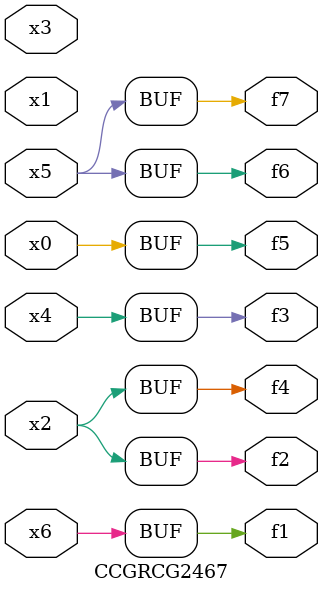
<source format=v>
module CCGRCG2467(
	input x0, x1, x2, x3, x4, x5, x6,
	output f1, f2, f3, f4, f5, f6, f7
);
	assign f1 = x6;
	assign f2 = x2;
	assign f3 = x4;
	assign f4 = x2;
	assign f5 = x0;
	assign f6 = x5;
	assign f7 = x5;
endmodule

</source>
